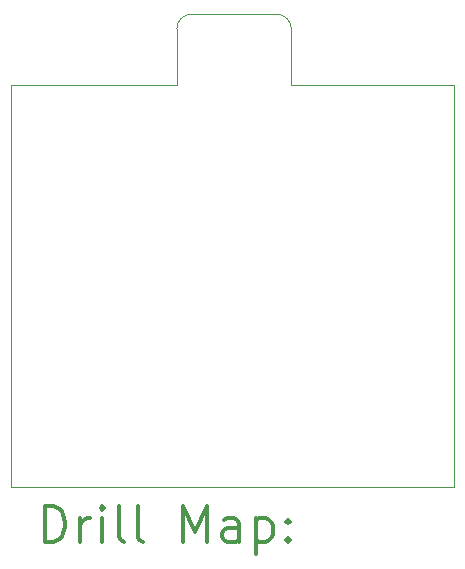
<source format=gbr>
%FSLAX45Y45*%
G04 Gerber Fmt 4.5, Leading zero omitted, Abs format (unit mm)*
G04 Created by KiCad (PCBNEW (5.1.0)-1) date 2019-08-27 17:01:03*
%MOMM*%
%LPD*%
G04 APERTURE LIST*
%ADD10C,0.050000*%
%ADD11C,0.200000*%
%ADD12C,0.300000*%
G04 APERTURE END LIST*
D10*
X12245000Y-4700000D02*
G75*
G02X12370000Y-4825000I0J-125000D01*
G01*
X11400000Y-4825000D02*
G75*
G02X11525000Y-4700000I125000J0D01*
G01*
X10000000Y-5300000D02*
X11400000Y-5300000D01*
X10000000Y-8700000D02*
X10000000Y-5300000D01*
X13750000Y-8700000D02*
X10000000Y-8700000D01*
X13750000Y-5300000D02*
X13750000Y-8700000D01*
X12370000Y-5300000D02*
X13750000Y-5300000D01*
X12370000Y-4825000D02*
X12370000Y-5300000D01*
X11525000Y-4700000D02*
X12245000Y-4700000D01*
X11400000Y-5300000D02*
X11400000Y-4825000D01*
D11*
D12*
X10283928Y-9168214D02*
X10283928Y-8868214D01*
X10355357Y-8868214D01*
X10398214Y-8882500D01*
X10426786Y-8911072D01*
X10441071Y-8939643D01*
X10455357Y-8996786D01*
X10455357Y-9039643D01*
X10441071Y-9096786D01*
X10426786Y-9125357D01*
X10398214Y-9153929D01*
X10355357Y-9168214D01*
X10283928Y-9168214D01*
X10583928Y-9168214D02*
X10583928Y-8968214D01*
X10583928Y-9025357D02*
X10598214Y-8996786D01*
X10612500Y-8982500D01*
X10641071Y-8968214D01*
X10669643Y-8968214D01*
X10769643Y-9168214D02*
X10769643Y-8968214D01*
X10769643Y-8868214D02*
X10755357Y-8882500D01*
X10769643Y-8896786D01*
X10783928Y-8882500D01*
X10769643Y-8868214D01*
X10769643Y-8896786D01*
X10955357Y-9168214D02*
X10926786Y-9153929D01*
X10912500Y-9125357D01*
X10912500Y-8868214D01*
X11112500Y-9168214D02*
X11083928Y-9153929D01*
X11069643Y-9125357D01*
X11069643Y-8868214D01*
X11455357Y-9168214D02*
X11455357Y-8868214D01*
X11555357Y-9082500D01*
X11655357Y-8868214D01*
X11655357Y-9168214D01*
X11926786Y-9168214D02*
X11926786Y-9011072D01*
X11912500Y-8982500D01*
X11883928Y-8968214D01*
X11826786Y-8968214D01*
X11798214Y-8982500D01*
X11926786Y-9153929D02*
X11898214Y-9168214D01*
X11826786Y-9168214D01*
X11798214Y-9153929D01*
X11783928Y-9125357D01*
X11783928Y-9096786D01*
X11798214Y-9068214D01*
X11826786Y-9053929D01*
X11898214Y-9053929D01*
X11926786Y-9039643D01*
X12069643Y-8968214D02*
X12069643Y-9268214D01*
X12069643Y-8982500D02*
X12098214Y-8968214D01*
X12155357Y-8968214D01*
X12183928Y-8982500D01*
X12198214Y-8996786D01*
X12212500Y-9025357D01*
X12212500Y-9111072D01*
X12198214Y-9139643D01*
X12183928Y-9153929D01*
X12155357Y-9168214D01*
X12098214Y-9168214D01*
X12069643Y-9153929D01*
X12341071Y-9139643D02*
X12355357Y-9153929D01*
X12341071Y-9168214D01*
X12326786Y-9153929D01*
X12341071Y-9139643D01*
X12341071Y-9168214D01*
X12341071Y-8982500D02*
X12355357Y-8996786D01*
X12341071Y-9011072D01*
X12326786Y-8996786D01*
X12341071Y-8982500D01*
X12341071Y-9011072D01*
M02*

</source>
